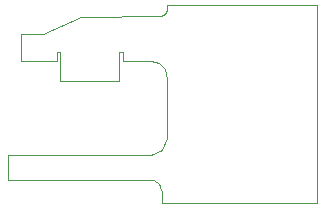
<source format=gbr>
%TF.GenerationSoftware,Altium Limited,Altium Designer,23.10.1 (27)*%
G04 Layer_Color=13278208*
%FSLAX45Y45*%
%MOMM*%
%TF.SameCoordinates,C732C167-A78C-4608-B65C-7F4C8643914A*%
%TF.FilePolarity,Positive*%
%TF.FileFunction,Coverlay,Top_pi_Coverlay_(flex_section)*%
%TF.Part,Single*%
G01*
G75*
%TA.AperFunction,Profile*%
%ADD53C,0.02540*%
D53*
X29723901Y4300288D02*
Y2626178D01*
X28413748Y2626228D01*
X28413287Y2725600D01*
X28398483Y2755369D01*
X28392685Y2766563D01*
X28385645Y2782137D01*
X28379483Y2793804D01*
X28356299Y2809700D01*
X28341101Y2820400D01*
X28339227Y2819224D01*
X27107703Y2821486D01*
Y2821600D01*
X27107697Y3033545D01*
Y3034500D01*
X28316095D01*
X28411667Y3077587D01*
X28457993Y3176398D01*
Y3677999D01*
X28439194Y3757998D01*
X28401596Y3795596D01*
X28389572Y3807614D01*
X28316492Y3824395D01*
Y3828698D01*
X28081393D01*
Y3904699D01*
X28050992D01*
Y3657500D01*
X28050812Y3657319D01*
X27550699D01*
Y3904406D01*
X27550992Y3904699D01*
X27520593D01*
Y3828698D01*
X27217700D01*
Y4054500D01*
X27408395D01*
X27725900Y4201400D01*
X28406467Y4206230D01*
X28439191Y4224216D01*
X28457993Y4257798D01*
Y4301098D01*
X29723093D01*
X29723901Y4300288D01*
%TF.MD5,fa2c8387a75e81b91f39d1fcc5aa68fb*%
M02*

</source>
